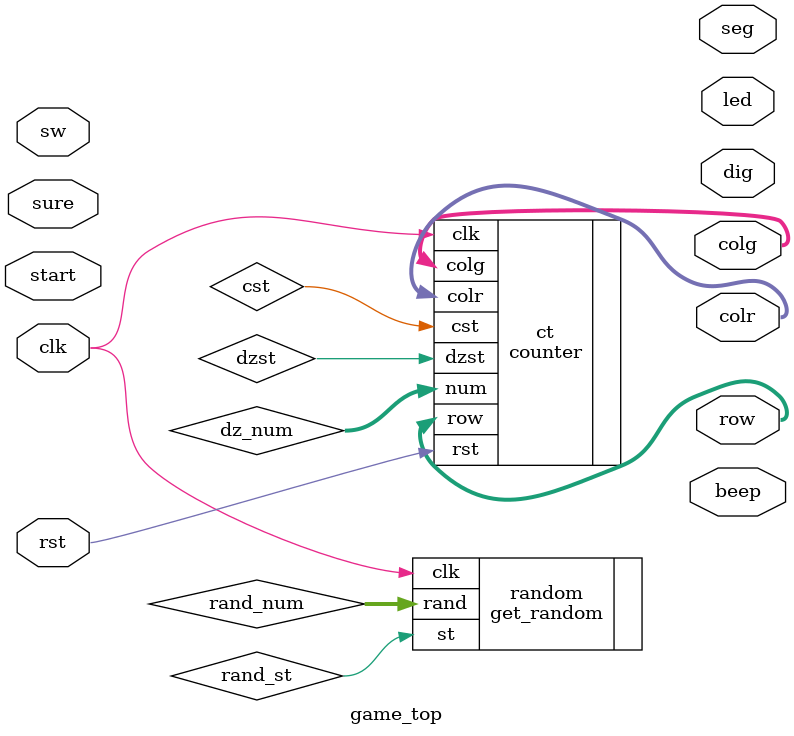
<source format=v>
module game_top(
    input clk, start, rst, sure,//Ê±ÖÓ sw7 btn7 btn0
    input [6:0] sw,//ÊäÈë¿ª¹Ø
    output [15:0]led,//led
    output [7:0] seg,//¶ÎÂë
    output [7:0] dig,//Î»Âë
    output [7:0] row, colg, colr,
    //µãÕóÏÔÊ¾
    output beep//·äÃùÆ÷Êä³ö
);

reg cst, dzst, bst, dst, rand_st;//st sign
reg [2:0] dz_num;
reg [1:0] disp_num;
wire [6:0] rand_num;

get_random random(
    .clk(clk),
    .st(rand_st),
    .rand(rand_num)
);

counter ct(
    .clk(clk),
    .rst(rst),
    .cst(cst),
    .dzst(dzst),
    .num(dz_num),
    .row(row),
    .colr(colr),
    .colg(colg)
);


//btn0Óëbtn7¾ù²»ÓÃÏû¶¶

//×´Ì¬¶¨Òå
//0:sw7=0,nothing is open
//1:sw7=1,dz_greet
//2:click btn7 game1 begin
//3:game2
//4:game3
//5:vectory show

//need module:
//get_random
//dz_show
//counter
//beep_beep
//disp_show




endmodule
</source>
